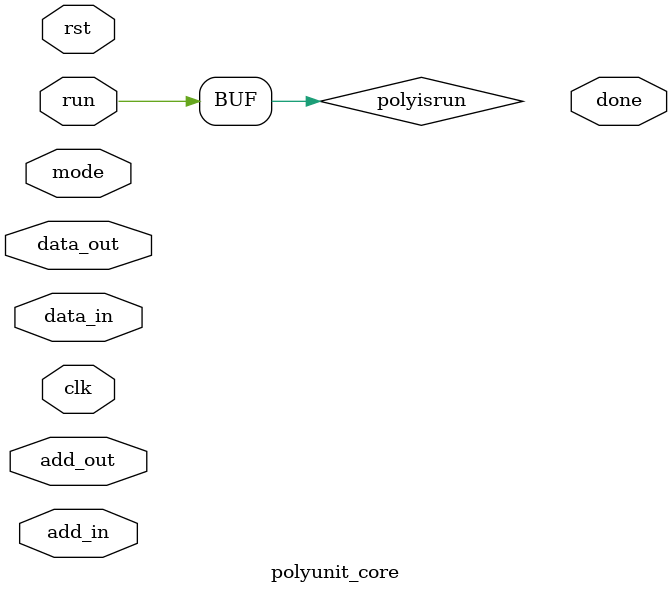
<source format=v>
module polyunit_core(
    clk,
    rst,
    
    data_in,
    data_out, //NTT RAM
    add_in,
    add_out,

    mode,//see param
    run,
    done
);
////////////////////////////
parameter DATWID = 12;
parameter ADDWID = 7;//128 unit

//poly statemachine
localparam          POLYWID     = 3;
localparam          P_IDLE      = 3'd0;
localparam          P_NTT       = 3'd1;//
localparam          P_INTT      = 3'd2;//
localparam          P_BYPASS    = 3'd3;//
localparam          P_DATAIN    = 3'd4;//

//mode param
localparam          MODEWID     = 2;
localparam          M_DATAIN    = 2'd0;
localparam          M_NTT       = 2'd1;//
localparam          M_INTT      = 2'd2;//
localparam          M_BYPASS    = 2'd3;//

////////////////////////////
input    clk;
input    rst;
    
input [DATWID-1:0] data_in;
input [DATWID-1:0] data_out; //NTT RAM
input [ADDWID-1:0] add_in;
input [ADDWID-1:0] add_out;

input [1:0] mode;//mode of operation
input run;

output done;
/////////////////////////////////
//POLY FSM
reg [POLYWID-1:0] poly_state;

wire      polyisidle; 

assign    polyisidle = poly_state == P_IDLE;

wire      polyisntt; 

assign    polyisntt = poly_state == P_NTT;

wire      polyisintt; 

assign    polyisintt = poly_state == P_INTT;

wire      polyisbypass; 

assign    polyisbypass = poly_state == P_BYPASS;

wire      polyisdatain; 

assign    polyisdatain = poly_state == P_DATAIN;

wire      polyisrun; 

assign    polyisrun = run;

always@(posedge clk)
    begin
    if(rst)
        begin
        poly_state <= P_IDLE;
        end
    else
        begin
        if(polyisrun & polyisidle & (mode == 2'b01))
            begin
            poly_state <= P_NTT;            
            end
        else if(polyisrun & polyisidle & (mode == 2'b11))
            begin
            poly_state <= P_INTT;    
            end
        else if(polyisrun & polyisidle & (mode == 2'b00))
            begin
            poly_state <= P_BYPASS;     
            end
        else if(polyisrun & polyisidle & (mode == 2'b11))
            begin
            poly_state <= P_BYPASS;     
            end
        end
    end

/////////////////////////////////
endmodule
</source>
